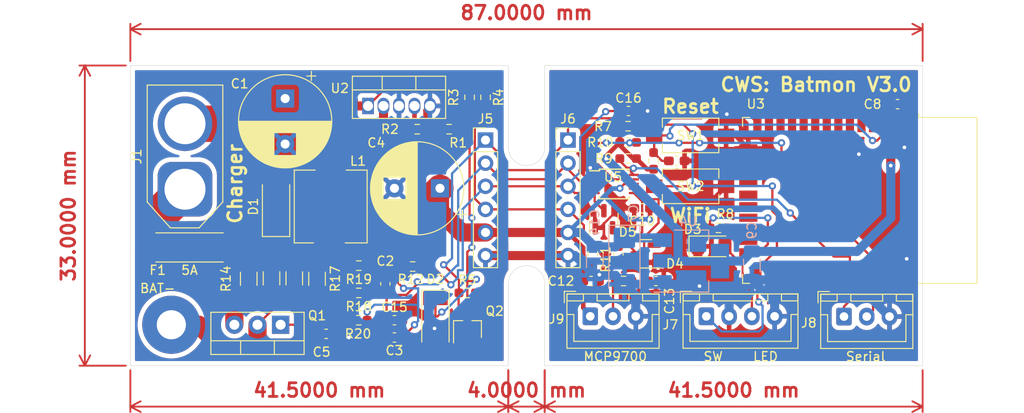
<source format=kicad_pcb>
(kicad_pcb (version 20211014) (generator pcbnew)
  (layers (0 "F.Cu" signal) (31 "B.Cu" signal) (34 "B.Paste" user) (35 "F.Paste" user) (36 "B.SilkS" user "B.Silkscreen") (37 "F.SilkS" user "F.Silkscreen") (38 "B.Mask" user) (39 "F.Mask" user) (44 "Edge.Cuts" user))
  (net 0 "")
  (net 1 "GND")
  (net 2 "5V")
  (net 3 "Net-(C5-Pad1)")
  (net 4 "Net-(C6-Pad1)")
  (net 5 "3V3")
  (net 6 "TEMP1")
  (net 7 "Net-(D1-Pad1)")
  (net 8 "LED")
  (net 9 "LOAD_ON")
  (net 10 "AMPS_SENSE+")
  (net 11 "WIFI_SW")
  (net 12 "RXD")
  (net 13 "TXD")
  (net 14 "Net-(J9-Pad2)")
  (net 15 "Net-(R1-Pad2)")
  (net 16 "Net-(R8-Pad1)")
  (net 17 "/MCU/SCL")
  (net 18 "/MCU/SDA")
  (net 46 "Net-(H1-Pad1)")
  (net 47 "/psu/CHG-")
  (net 48 "/psu/CHG+")
  (net 49 "BAT-SENSE")
  (net 50 "Net-(Q1-Pad3)")
  (net 51 "Net-(C2-Pad2)")
  (net 52 "BAT+SENSE")
  (footprint "Capacitor_SMD:C_0603_1608Metric_Pad1.08x0.95mm_HandSolder" (layer "F.Cu") (at 219.7 104.5)
    (fp_text reference "C16")
    (fp_text value "0.1uf" hide)
  )
  (footprint "Resistor_SMD:R_0603_1608Metric_Pad0.98x0.95mm_HandSolder" (layer "F.Cu") (at 200 106.5 180)
    (fp_text reference "R1")
    (fp_text value "4k7" hide)
  )
  (footprint "Resistor_SMD:R_0603_1608Metric_Pad0.98x0.95mm_HandSolder" (layer "F.Cu") (at 202.25 103 -90)
    (fp_text reference "R3")
    (fp_text value "5k6" hide)
  )
  (footprint "Capacitor_SMD:C_0603_1608Metric_Pad1.08x0.95mm_HandSolder" (layer "F.Cu") (at 249.25 103.75)
    (fp_text reference "C8")
    (fp_text value "0.1uf" hide)
  )
  (footprint "Connector_JST:JST_XH_B3B-XH-A_1x03_P2.50mm_Vertical" (layer "F.Cu") (at 215.5 127.075)
    (fp_text reference "J9")
    (fp_text value "MCP9700" hide)
  )
  (footprint "Resistor_SMD:R_0603_1608Metric_Pad0.98x0.95mm_HandSolder" (layer "F.Cu") (at 219.662 106.172)
    (fp_text reference "R7")
    (fp_text value "10k" hide)
  )
  (footprint "Package_TO_SOT_SMD:SOT-23" (layer "F.Cu") (at 221.6 120.2 180)
    (fp_text reference "D4")
    (fp_text value "3V9" hide)
  )
  (footprint "Connector_PinHeader_2.54mm:PinHeader_1x06_P2.54mm_Vertical" (layer "F.Cu") (at 213.058 107.696)
    (fp_text reference "J6")
    (fp_text value "Conn_01x06" hide)
  )
  (footprint "Package_TO_SOT_SMD:SOT-23" (layer "F.Cu") (at 217 116.4 90)
    (fp_text reference "D5")
    (fp_text value "3V9" hide)
  )
  (footprint "Package_TO_SOT_THT:TO-220-5_Vertical" (layer "F.Cu") (at 191.1 103.945)
    (fp_text reference "U2")
    (fp_text value "LM2576HVS-ADJ" hide)
  )
  (footprint "Capacitor_SMD:C_0603_1608Metric_Pad1.08x0.95mm_HandSolder" (layer "F.Cu") (at 218.6 120.2 -90)
    (fp_text reference "C11" hide)
    (fp_text value "0.1uf" hide)
  )
  (footprint "Capacitor_THT:CP_Radial_D10.0mm_P5.00mm" (layer "F.Cu") (at 199 113 180)
    (fp_text reference "C4")
    (fp_text value "1000uf 16v" hide)
  )
  (footprint "RF_Module:ESP32-WROOM-32" (layer "F.Cu") (at 242.11 114.33 -90)
    (fp_text reference "U3")
    (fp_text value "ESP32-WROOM-32")
  )
  (footprint "Resistor_SMD:R_0603_1608Metric_Pad0.98x0.95mm_HandSolder" (layer "F.Cu") (at 196 121.6)
    (fp_text reference "R12")
    (fp_text value "R" hide)
  )
  (footprint "Capacitor_SMD:C_0603_1608Metric_Pad1.08x0.95mm_HandSolder" (layer "F.Cu") (at 221.2 115.2 180)
    (fp_text reference "C10")
    (fp_text value "0.1uf" hide)
  )
  (footprint "Resistor_SMD:R_0603_1608Metric_Pad0.98x0.95mm_HandSolder" (layer "F.Cu") (at 190.0875 121.5)
    (fp_text reference "R19")
    (fp_text value "1k" hide)
  )
  (footprint "PJA_Switches:switch_SPST_5mmx3mmx2.5mm" (layer "F.Cu") (at 226.52 107.188 180)
    (fp_text reference "SW1")
    (fp_text value "Reset")
  )
  (footprint "Resistor_SMD:R_1206_3216Metric_Pad1.30x1.75mm_HandSolder" (layer "F.Cu") (at 183 122.9 90)
    (fp_text reference "R16" hide)
    (fp_text value "0.16R" hide)
  )
  (footprint "Resistor_SMD:R_0603_1608Metric_Pad0.98x0.95mm_HandSolder" (layer "F.Cu") (at 219.154 123.19)
    (fp_text reference "R13" hide)
    (fp_text value "1K" hide)
  )
  (footprint "Connector_AMASS:AMASS_XT60-F_1x02_P7.20mm_Vertical" (layer "F.Cu") (at 171 113.1 90)
    (fp_text reference "J1")
    (fp_text value "XT60 Connector" hide)
  )
  (footprint "Resistor_SMD:R_0603_1608Metric_Pad0.98x0.95mm_HandSolder" (layer "F.Cu") (at 222.456 109.982 90)
    (fp_text reference "R6" hide)
    (fp_text value "10k" hide)
  )
  (footprint "Resistor_SMD:R_1206_3216Metric_Pad1.30x1.75mm_HandSolder" (layer "F.Cu") (at 178 122.95 90)
    (fp_text reference "R14")
    (fp_text value "0.16R" hide)
  )
  (footprint "Capacitor_SMD:C_0603_1608Metric_Pad1.08x0.95mm_HandSolder" (layer "F.Cu") (at 186.5 129)
    (fp_text reference "C5")
    (fp_text value "DNF" hide)
  )
  (footprint "PJA_Fuses:Scherter_OMT125" (layer "F.Cu") (at 171.5 119.5)
    (fp_text reference "F1")
    (fp_text value "5A")
  )
  (footprint "Connector_PinHeader_2.54mm:PinHeader_1x06_P2.54mm_Vertical" (layer "F.Cu") (at 204 107.696)
    (fp_text reference "J5")
    (fp_text value "Conn_01x06" hide)
  )
  (footprint "Package_SO:TSSOP-10_3x3mm_P0.5mm" (layer "F.Cu") (at 218.138 112.522)
    (fp_text reference "U5")
    (fp_text value "ADS1115IDGS" hide)
  )
  (footprint "Capacitor_SMD:C_0603_1608Metric_Pad1.08x0.95mm_HandSolder" (layer "F.Cu") (at 193 123.5 90)
    (fp_text reference "C2")
    (fp_text value "DNF" hide)
  )
  (footprint "PJA_Switches:switch_SPST_5mmx3mmx2.5mm" (layer "F.Cu") (at 226.52 112.776 180)
    (fp_text reference "SW2")
    (fp_text value "WiFi" hide)
  )
  (footprint "Capacitor_THT:CP_Radial_D10.0mm_P5.00mm" (layer "F.Cu") (at 182 103.132323 -90)
    (fp_text reference "C1")
    (fp_text value "100uf" hide)
  )
  (footprint "Connector_JST:JST_XH_B4B-XH-A_1x04_P2.50mm_Vertical" (layer "F.Cu") (at 228.25 127.075)
    (fp_text reference "J7")
    (fp_text value "SW_&_LED" hide)
  )
  (footprint "Resistor_SMD:R_0603_1608Metric_Pad0.98x0.95mm_HandSolder" (layer "F.Cu") (at 204 103 -90)
    (fp_text reference "R4")
    (fp_text value "22k" hide)
  )
  (footprint "Resistor_SMD:R_0603_1608Metric_Pad0.98x0.95mm_HandSolder" (layer "F.Cu") (at 190.0875 127.5)
    (fp_text reference "R20")
    (fp_text value "22k" hide)
  )
  (footprint "Capacitor_SMD:C_0603_1608Metric_Pad1.08x0.95mm_HandSolder" (layer "F.Cu") (at 194 127.5)
    (fp_text reference "C15")
    (fp_text value "0.1uf" hide)
  )
  (footprint "Resistor_SMD:R_0603_1608Metric_Pad0.98x0.95mm_HandSolder" (layer "F.Cu") (at 196.5 106.5)
    (fp_text reference "R2")
    (fp_text value "1k5" hide)
  )
  (footprint "Resistor_SMD:R_0603_1608Metric_Pad0.98x0.95mm_HandSolder" (layer "F.Cu") (at 215.8 120.2 -90)
    (fp_text reference "R11")
    (fp_text value "1k" hide)
  )
  (footprint "Resistor_SMD:R_1206_3216Metric_Pad1.30x1.75mm_HandSolder" (layer "F.Cu") (at 185.5 122.95 90)
    (fp_text reference "R17")
    (fp_text value "0.16R" hide)
  )
  (footprint "PJA_Inductors:Sumida_CDRH74" (layer "F.Cu") (at 187 115 -90)
    (fp_text reference "L1")
    (fp_text value "100uH" hide)
  )
  (footprint "Capacitor_SMD:C_0603_1608Metric_Pad1.08x0.95mm_HandSolder" (layer "F.Cu") (at 194 129.4 180)
    (fp_text reference "C3")
    (fp_text value "0.1uf" hide)
  )
  (footprint "Resistor_SMD:R_0603_1608Metric_Pad0.98x0.95mm_HandSolder" (layer "F.Cu") (at 219.662 107.95)
    (fp_text reference "R10")
    (fp_text value "4K7" hide)
  )
  (footprint "Package_TO_SOT_SMD:TSOT-23" (layer "F.Cu") (at 202 128.5 90)
    (fp_text reference "Q2")
    (fp_text value "2N7002" hide)
  )
  (footprint "Resistor_SMD:R_0603_1608Metric_Pad0.98x0.95mm_HandSolder" (layer "F.Cu") (at 202 124.5)
    (fp_text reference "R5")
    (fp_text value "100K" hide)
  )
  (footprint "Package_TO_SOT_THT:TO-220-3_Vertical" (layer "F.Cu") (at 181.5 128 180)
    (fp_text reference "Q1")
    (fp_text value "IRF520N" hide)
  )
  (footprint "Diode_SMD:D_MELF" (layer "F.Cu") (at 181 115 90)
    (fp_text reference "D1")
    (fp_text value "SS36" hide)
  )
  (footprint "Resistor_SMD:R_0603_1608Metric_Pad0.98x0.95mm_HandSolder" (layer "F.Cu") (at 219.662 109.728 180)
    (fp_text reference "R9")
    (fp_text value "4K7" hide)
  )
  (footprint "Capacitor_SMD:C_0603_1608Metric_Pad1.08x0.95mm_HandSolder" (layer "F.Cu") (at 222.71 123.19)
    (fp_text reference "C13")
    (fp_text value "0.1uf" hide)
  )
  (footprint "Capacitor_SMD:C_0603_1608Metric_Pad1.08x0.95mm_HandSolder" (layer "F.Cu") (at 224.996 109.982)
    (fp_text reference "C6" hide)
    (fp_text value "0.1uf" hide)
  )
  (footprint "Diode_SMD:D_MELF" (layer "F.Cu") (at 198.5 127.5 -90)
    (fp_text reference "D2")
    (fp_text value "10V" hide)
  )
  (footprint "Resistor_SMD:R_0603_1608Metric_Pad0.98x0.95mm_HandSolder" (layer "F.Cu") (at 190.0875 124.5)
    (fp_text reference "R18")
    (fp_text value "R" hide)
  )
  (footprint "MountingHole:MountingHole_3.2mm_M3_Pad" (layer "F.Cu") (at 169.5 128)
    (fp_text reference "H1" hide)
    (fp_text value "BAT-")
  )
  (footprint "Connector_JST:JST_XH_B3B-XH-A_1x03_P2.50mm_Vertical" (layer "F.Cu") (at 243.364 127.1)
    (fp_text reference "J8")
    (fp_text value "Serial Console" hide)
  )
  (footprint "Resistor_SMD:R_1206_3216Metric_Pad1.30x1.75mm_HandSolder" (layer "F.Cu") (at 180.5 122.9 90)
    (fp_text reference "R15" hide)
    (fp_text value "0.16R" hide)
  )
  (footprint "Capacitor_SMD:C_0603_1608Metric_Pad1.08x0.95mm_HandSolder" (layer "F.Cu") (at 215.598 123.19)
    (fp_text reference "C12")
    (fp_text value "0.1uf" hide)
  )
  (footprint "Resistor_SMD:R_0603_1608Metric_Pad0.98x0.95mm_HandSolder" (layer "F.Cu") (at 229.568 117.348)
    (fp_text reference "R8")
    (fp_text value "470R" hide)
  )
  (footprint "Diode_SMD:D_1206_3216Metric_Pad1.42x1.75mm_HandSolder" (layer "F.Cu") (at 228.806 119.38)
    (fp_text reference "D3")
    (fp_text value "LED" hide)
  )
  (footprint "Capacitor_SMD:C_1206_3216Metric_Pad1.33x1.80mm_HandSolder" (layer "B.Cu") (at 216 121 -90)
    (fp_text reference "C14")
    (fp_text value "10uf" hide)
  )
  (footprint "Package_TO_SOT_SMD:SOT-223-3_TabPin2" (layer "B.Cu") (at 226.6 121)
    (fp_text reference "U4")
    (fp_text value "LM1117-3.3" hide)
  )
  (footprint "Capacitor_Tantalum_SMD:CP_EIA-6032-20_AVX-F_Pad2.25x2.35mm_HandSolder" (layer "B.Cu") (at 219.25 121 -90)
    (fp_text reference "C7")
    (fp_text value "DNF")
  )
  (footprint "Capacitor_SMD:C_1206_3216Metric_Pad1.33x1.80mm_HandSolder" (layer "B.Cu") (at 233.25 121.5 -90)
    (fp_text reference "C9")
    (fp_text value "10uf" hide)
  )
  (gr_arc (start 210.5 108.5) (mid 209.914214 109.914214) (end 208.5 110.5) (layer "Edge.Cuts") (width 0.05))
  (gr_arc (start 206.5 123.5) (mid 207.085786 122.085786) (end 208.5 121.5) (layer "Edge.Cuts") (width 0.05))
  (gr_line (start 206.5 132.5) (end 206.5 123.5) (layer "Edge.Cuts") (width 0.05))
  (gr_line (start 210.5 123.5) (end 210.5 132.5) (layer "Edge.Cuts") (width 0.05))
  (gr_line (start 210.5 108.5) (end 210.5 99.5) (layer "Edge.Cuts") (width 0.05))
  (gr_arc (start 208.5 110.5) (mid 207.085786 109.914214) (end 206.5 108.5) (layer "Edge.Cuts") (width 0.05))
  (gr_line (start 211 99.5) (end 210.5 99.5) (layer "Edge.Cuts") (width 0.05))
  (gr_line (start 252 99.5) (end 211 99.5) (layer "Edge.Cuts") (width 0.05))
  (gr_line (start 206 99.5) (end 165 99.5) (layer "Edge.Cuts") (width 0.05))
  (gr_line (start 206 99.5) (end 206.5 99.5) (layer "Edge.Cuts") (width 0.05))
  (gr_line (start 210.5 132.5) (end 211 132.5) (layer "Edge.Cuts") (width 0.05))
  (gr_line (start 252 132.5) (end 252 99.5) (layer "Edge.Cuts") (width 0.05))
  (gr_line (start 165 132.5) (end 206 132.5) (layer "Edge.Cuts") (width 0.05))
  (gr_line (start 206 132.5) (end 206.5 132.5) (layer "Edge.Cuts") (width 0.05))
  (gr_arc (start 208.5 121.5) (mid 209.914214 122.085786) (end 210.5 123.5) (layer "Edge.Cuts") (width 0.05))
  (gr_line (start 165 99.5) (end 165 132.5) (layer "Edge.Cuts") (width 0.05))
  (gr_line (start 211 132.5) (end 252 132.5) (layer "Edge.Cuts") (width 0.05))
  (gr_line (start 206.5 99.5) (end 206.5 108.5) (layer "Edge.Cuts") (width 0.05))
  (gr_text "LED" (at 234.75 131.5) (layer "F.SilkS") (effects (font (size 1 1))))
  (gr_text "WiFi" (at 226.5 116) (layer "F.SilkS") (effects (font (size 1.5 1.5) (thickness 0.3))))
  (gr_text "SW" (at 229 131.5) (layer "F.SilkS") (effects (font (size 1 1))))
  (gr_text "CWS: Batmon V3.0\n" (at 240.3 101.6) (layer "F.SilkS") (effects (font (size 1.5 1.5) (thickness 0.3))))
  (gr_text "Charger" (at 176.5 112.5 90) (layer "F.SilkS") (effects (font (size 1.5 1.5) (thickness 0.3))))
  (gr_text "MCP9700" (at 218.25 131.5) (layer "F.SilkS") (effects (font (size 1 1))))
  (gr_text "Reset" (at 226.5 104) (layer "F.SilkS") (effects (font (size 1.5 1.5) (thickness 0.3))))
  (gr_text "Serial" (at 245.75 131.5) (layer "F.SilkS") (effects (font (size 1 1))))
  (dimension (type aligned) (layer "F.Cu") (pts (xy 165 132.5) (xy 206.5 132.5)) (height 4.5) (gr_text "41.5000 mm" (at 185.75 135.2) (layer "F.Cu") (effects (font (size 1.5 1.5) (thickness 0.3)))) (format (units 3) (units_format 1) (precision 4)) (style (thickness 0.2) (arrow_length 1.27) (text_position_mode 0) (extension_height 0.58642) (extension_offset 0.5) keep_text_aligned))
  (dimension (type aligned) (layer "F.Cu") (pts (xy 210.5 132.5) (xy 252 132.5)) (height 4.5) (gr_text "41.5000 mm" (at 231.25 135.2) (layer "F.Cu") (effects (font (size 1.5 1.5) (thickness 0.3)))) (format (units 3) (units_format 1) (precision 4)) (style (thickness 0.2) (arrow_length 1.27) (text_position_mode 0) (extension_height 0.58642) (extension_offset 0.5) keep_text_aligned))
  (dimension (type aligned) (layer "F.Cu") (pts (xy 165 99.5) (xy 252 99.5)) (height -4) (gr_text "87.0000 mm" (at 208.5 93.7) (layer "F.Cu") (effects (font (size 1.5 1.5) (thickness 0.3)))) (format (units 3) (units_format 1) (precision 4)) (style (thickness 0.2) (arrow_length 1.27) (text_position_mode 0) (extension_height 0.58642) (extension_offset 0.5) keep_text_aligned))
  (dimension (type aligned) (layer "F.Cu") (pts (xy 165 132.5) (xy 165 99.5)) (height -5) (gr_text "33.0000 mm" (at 158.2 116 90) (layer "F.Cu") (effects (font (size 1.5 1.5) (thickness 0.3)))) (format (units 3) (units_format 1) (precision 4)) (style (thickness 0.2) (arrow_length 1.27) (text_position_mode 0) (extension_height 0.58642) (extension_offset 0.5) keep_text_aligned))
  (dimension (type aligned) (layer "F.Cu") (pts (xy 206.5 132.5) (xy 210.5 132.5)) (height 4.5) (gr_text "4.0000 mm" (at 208.5 135.2) (layer "F.Cu") (effects (font (size 1.5 1.5) (thickness 0.3)))) (format (units 3) (units_format 1) (precision 4)) (style (thickness 0.2) (arrow_length 1.27) (text_position_mode 0) (extension_height 0.58642) (extension_offset 0.5) keep_text_aligned))
  (segment (start 198.5 128.5) (end 198.4 128.4) (width 0.25) (layer "F.Cu") (net 1))
  (segment (start 224.1325 123.75) (end 223.5725 123.19) (width 0.25) (layer "F.Cu") (net 1))
  (segment (start 217.25 112.75) (end 217.022 112.522) (width 0.25) (layer "F.Cu") (net 1))
  (segment (start 250.365 122.83) (end 250.365 120.865) (width 0.5) (layer "F.Cu") (net 1))
  (segment (start 220.3375 115.2) (end 219.7 115.2) (width 0.25) (layer "F.Cu") (net 1))
  (segment (start 202.9125 124.5) (end 202.95 124.5375) (width 0.25) (layer "F.Cu") (net 1))
  (segment (start 225.8585 109.982) (end 230.408978 109.982) (width 0.5) (layer "F.Cu") (net 1))
  (segment (start 250 108.5) (end 250.5 108) (width 0.5) (layer "F.Cu") (net 1))
  (segment (start 185.5 121.4) (end 178 121.4) (width 2) (layer "F.Cu") (net 1))
  (segment (start 216.886282 111.522) (end 215.988 111.522) (width 0.25) (layer "F.Cu") (net 1))
  (segment (start 250.365 105.83) (end 250.365 104.0025) (width 0.5) (layer "F.Cu") (net 1))
  (segment (start 215.988 111.522) (end 215.988 111.238) (width 0.25) (layer "F.Cu") (net 1))
  (segment (start 204 120.396) (end 213.058 120.396) (width 1) (layer "F.Cu") (net 1))
  (segment (start 217.25 111.885718) (end 216.886282 111.522) (width 0.25) (layer "F.Cu") (net 1))
  (segment (start 185.5 121.4) (end 189.075 121.4) (width 0.25) (layer "F.Cu") (net 1))
  (segment (start 227.5 123.75) (end 224.1325 123.75) (width 0.25) (layer "F.Cu") (net 1))
  (segment (start 197.4125 106.5) (end 197.4125 104.4325) (width 0.5) (layer "F.Cu") (net 1))
  (segment (start 215.852 122.5815) (end 215.852 121.1645) (width 0.25) (layer "F.Cu") (net 1))
  (segment (start 245 111.195) (end 242.865 113.33) (width 1) (layer "F.Cu") (net 1))
  (segment (start 227.3185 115.8775) (end 230.42 112.776) (width 0.5) (layer "F.Cu") (net 1))
  (segment (start 178 121.4) (end 176.7 121.4) (width 2) (layer "F.Cu") (net 1))
  (segment (start 202.95 124.5375) (end 202.95 129.81) (width 0.25) (layer "F.Cu") (net 1))
  (segment (start 174.8 119.5) (end 174.8 118.8) (width 3) (layer "F.Cu") (net 1))
  (segment (start 230.5 104.75) (end 230.5 104.8495) (width 0.25) (layer "F.Cu") (net 1))
  (segment (start 227.3185 119.38) (end 227.3185 123.5685) (width 1) (layer "F.Cu") (net 1))
  (segment (start 204 120.396) (end 204 123.4125) (width 0.25) (layer "F.Cu") (net 1))
  (segment (start 250.365 104.0025) (end 250.1125 103.75) (width 0.5) (layer "F.Cu") (net 1))
  (segment (start 218.678928 115.2) (end 220.3375 115.2) (width 0.25) (layer "F.Cu") (net 1))
  (segment (start 230.42 112.776) (end 230.42 109.970978) (width 0.5) (layer "F.Cu") (net 1))
  (segment (start 250.5 108) (end 250.5 105.965) (width 0.5) (layer "F.Cu") (net 1))
  (segment (start 194.8625 127.5) (end 194.8625 127.675) (width 0.25) (layer "F.Cu") (net 1))
  (segment (start 204 123.4125) (end 202.9125 124.5) (width 0.25) (layer "F.Cu") (net 1))
  (segment (start 217.25 112.75) (end 217.25 111.885718) (width 0.25) (layer "F.Cu") (net 1))
  (segment (start 230.42 107.188) (end 230.42 104.83) (width 0.25) (layer "F.Cu") (net 1))
  (segment (start 250.5 105.965) (end 250.365 105.83) (width 0.5) (layer "F.Cu") (net 1))
  (segment (start 193.1375 129.4) (end 189 129.4) (width 0.25) (layer "F.Cu") (net 1))
  (segment (start 217.022 112.522) (end 215.988 112.522) (width 0.25) (layer "F.Cu") (net 1))
  (segment (start 216.05 117.3375) (end 216.541428 117.3375) (width 0.25) (layer "F.Cu") (net 1))
  (segment (start 203.0875 124.5) (end 203.25 124.5) (width 0.25) (layer "F.Cu") (net 1))
  (segment (start 216.4605 123.19) (end 216.4605 122.5395) (width 0.5) (layer "F.Cu") (net 1))
  (segment (start 227.3185 119.38) (end 227.3185 115.8775) (width 0.5) (layer "F.Cu") (net 1))
  (segment (start 176.7 121.4) (end 174.8 119.5) (width 2) (layer "F.Cu") (net 1))
  (segment (start 230.42 104.83) (end 230.5 104.75) (width 0.25) (layer "F.Cu") (net 1))
  (segment (start 227.3185 123.5685) (end 227.5 123.75) (width 1) (layer "F.Cu") (net 1))
  (segment (start 197.4125 104.4325) (end 197.9 103.945) (width 0.5) (layer "F.Cu") (net 1))
  (segment (start 181 109.132323) (end 182 108.132323) (width 3) (layer "F.Cu") (net 1))
  (segment (start 198.5 129.9) (end 198.5 128.5) (width 0.25) (layer "F.Cu") (net 1))
  (segment (start 245 109.25) (end 245 111.195) (width 1) (layer "F.Cu") (net 1))
  (segment (start 230.408978 109.982) (end 230.42 109.970978) (width 0.5) (layer "F.Cu") (net 1))
  (segment (start 189.075 121.4) (end 189.175 121.5) (width 0.25) (layer "F.Cu") (net 1))
  (segment (start 194.8625 127.675) (end 193.1375 129.4) (width 0.25) (layer "F.Cu") (net 1))
  (segment (start 230.42 107.188) (end 231.428 107.188) (width 0.5) (layer "F.Cu") (net 1))
  (segment (start 218.55 121.1125) (end 218.6 121.0625) (width 0.25) (layer "F.Cu") (net 1))
  (segment (start 215.852 122.5815) (end 216.4605 123.19) (width 0.25) (layer "F.Cu") (net 1))
  (segment (start 220.5625 104.5) (end 221.8 104.5) (width 0.25) (layer "F.Cu") (net 1))
  (segment (start 215.852 121.1645) (end 215.8 121.1125) (width 0.25) (layer "F.Cu") (net 1))
  (segment (start 223.5725 122.185) (end 222.5375 121.15) (width 0.25) (layer "F.Cu") (net 1))
  (segment (start 231.428 107.188) (end 232.855 108.615) (width 0.5) (layer "F.Cu") (net 1))
  (segment (start 181 112.6) (end 181 109.132323) (width 3) (layer "F.Cu") (net 1))
  (segment (start 174.8 118.8) (end 181 112.6) (width 3) (layer "F.Cu") (net 1))
  (segment (start 215.8 121.1125) (end 218.55 121.1125) (width 0.25) (layer "F.Cu") (net 1))
  (segment (start 223.5725 123.19) (end 223.5725 122.185) (width 0.25) (layer "F.Cu") (net 1))
  (segment (start 232.855 108.615) (end 231.775978 108.615) (width 0.5) (layer "F.Cu") (net 1))
  (segment (start 219.7 115.2) (end 217.25 112.75) (width 0.25) (layer "F.Cu") (net 1))
  (segment (start 216.4605 122.5395) (end 216.5 122.5) (width 0.5) (layer "F.Cu") (net 1))
  (segment (start 250.365 120.865) (end 250.25 120.75) (width 0.5) (layer "F.Cu") (net 1))
  (segment (start 215.988 111.238) (end 215.5 110.75) (width 0.25) (layer "F.Cu") (net 1))
  (segment (start 175 119.7) (end 174.8 119.5) (width 3) (layer "F.Cu") (net 1))
  (segment (start 216.541428 117.3375) (end 218.678928 115.2) (width 0.25) (layer "F.Cu") (net 1))
  (segment (start 189 129.4) (end 187.7625 129.4) (width 0.25) (layer "F.Cu") (net 1))
  (segment (start 198.5 130.5) (end 198.5 129.9) (width 0.25) (layer "F.Cu") (net 1))
  (segment (start 231.775978 108.615) (end 230.42 109.970978) (width 0.5) (layer "F.Cu") (net 1))
  (segment (start 187.7625 129.4) (end 187.3625 129) (width 0.25) (layer "F.Cu") (net 1))
  (via (at 189 129.4) (size 0.8) (drill 0.4) (layers "F.Cu" "B.Cu") (net 1))
  (via (at 230.5 104.8495) (size 0.8) (drill 0.4) (layers "F.Cu" "B.Cu") (net 1))
  (via (at 245 109.25) (size 0.8) (drill 0.4) (layers "F.Cu" "B.Cu") (net 1))
  (via (at 216.5 122.5) (size 0.8) (drill 0.4) (layers "F.Cu" "B.Cu") (net 1))
  (via (at 250 108.5) (size 0.8) (drill 0.4) (layers "F.Cu" "B.Cu") (net 1))
  (via (at 198.4 128.4) (size 0.8) (drill 0.4) (layers "F.Cu" "B.Cu") (net 1))
  (via (at 221.8 104.5) (size 0.8) (drill 0.4) (layers "F.Cu" "B.Cu") (net 1))
  (via (at 215.5 110.75) (size 0.8) (drill 0.4) (layers "F.Cu" "B.Cu") (net 1))
  (via (at 227.5 123.75) (size 0.8) (drill 0.4) (layers "F.Cu" "B.Cu") (net 1))
  (via (at 250.25 120.75) (size 0.8) (drill 0.4) (layers "F.Cu" "B.Cu") (net 1))
  (segment (start 248.364 127.1) (end 244.3265 123.0625) (width 1) (layer "B.Cu") (net 1))
  (segment (start 223.45 123.3) (end 223.9 123.75) (width 1) (layer "B.Cu") (net 1))
  (segment (start 235.75 127.075) (end 235.75 125.5625) (width 1) (layer "B.Cu") (net 1))
  (segment (start 235.75 125.5625) (end 233.25 123.0625) (width 1) (layer "B.Cu") (net 1))
  (segment (start 244.3265 123.0625) (end 233.25 123.0625) (width 1) (layer "B.Cu") (net 1))
  (segment (start 247.4965 119.8925) (end 249.3925 119.8925) (width 1) (layer "B.Cu") (net 1))
  (segment (start 219.25 123.55) (end 223.2 123.55) (width 1) (layer "B.Cu") (net 1))
  (segment (start 247.4965 119.8925) (end 244.3265 123.0625) (width 1) (layer "B.Cu") (net 1))
  (segment (start 216 122.5625) (end 218.2625 122.5625) (width 1) (layer "B.Cu") (net 1))
  (segment (start 250.25 120.75) (end 250.25 108.75) (width 1) (layer "B.Cu") (net 1))
  (segment (start 220.5 124.8) (end 219.25 123.55) (width 1) (layer "B.Cu") (net 1))
  (segment (start 230.75 123.75) (end 232.5625 123.75) (width 1) (layer "B.Cu") (net 1))
  (segment (start 249.25 109.25) (end 246 109.25) (width 1) (layer "B.Cu") (net 1))
  (segment (start 213.058 120.396) (end 213.8335 120.396) (width 1) (layer "B.Cu") (net 1))
  (segment (start 232.5625 123.75) (end 233.25 123.0625) (width 1) (layer "B.Cu") (net 1))
  (segment (start 250 108.5) (end 249.25 109.25) (width 1) (layer "B.Cu") (net 1))
  (segment (start 220.5 126.9) (end 220.5 124.8) (width 1) (layer "B.Cu") (net 1))
  (segment (start 246 109.25) (end 245 109.25) (width 1) (layer "B.Cu") (net 1))
  (segment (start 218.2625 122.5625) (end 219.25 123.55) (width 1) (layer "B.Cu") (net 1))
  (segment (start 223.2 123.55) (end 223.45 123.3) (width 1) (layer "B.Cu") (net 1))
  (segment (start 213.8335 120.396) (end 216 122.5625) (width 1) (layer "B.Cu") (net 1))
  (segment (start 223.9 123.75) (end 230.75 123.75) (width 1) (layer "B.Cu") (net 1))
  (segment (start 249.3925 119.8925) (end 250.25 120.75) (width 1) (layer "B.Cu") (net 1))
  (segment (start 250.25 108.75) (end 250 108.5) (width 1) (layer "B.Cu") (net 1))
  (segment (start 230.75 127.075) (end 230.75 123.75) (width 1) (layer "B.Cu") (net 1))
  (segment (start 214.7355 123.19) (end 214.7355 126.1355) (width 0.5) (layer "F.Cu") (net 2))
  (segment (start 218.75 113) (end 219.228 112.522) (width 0.25) (layer "F.Cu") (net 2))
  (segment (start 222.0625 116.3375) (end 222 116.4) (width 0.5) (layer "F.Cu") (net 2))
  (segment (start 222.0625 115.2) (end 222.0625 116.3375) (width 0.5) (layer "F.Cu") (net 2))
  (segment (start 214.7355 119.5335) (end 213.058 117.856) (width 0.5) (layer "F.Cu") (net 2))
  (segment (start 214.7355 123.19) (end 214.7355 119.5335) (width 0.5) (layer "F.Cu") (net 2))
  (segment (start 214.7355 126.1355) (end 215.5 126.9) (width 0.5) (layer "F.Cu") (net 2))
  (segment (start 186.9 118.5) (end 193.5 118.5) (width 3) (layer "F.Cu") (net 2))
  (segment (start 193.5 118.5) (end 199 113) (width 3) (layer "F.Cu") (net 2))
  (segment (start 201.356 117.856) (end 199 115.5) (width 2) (layer "F.Cu") (net 2))
  (segment (start 199 108.4125) (end 199 113) (width 0.5) (layer "F.Cu") (net 2))
  (segment (start 199 115.5) (end 199 113) (width 2) (layer "F.Cu") (net 2))
  (segment (start 213.058 117.856) (end 204 117.856) (width 1) (layer "F.Cu") (net 2))
  (segment (start 204 117.856) (end 201.356 117.856) (width 2) (layer "F.Cu") (net 2))
  (segment (start 219.228 112.522) (end 220.288 112.522) (width 0.25) (layer "F.Cu") (net 2))
  (segment (start 200.9125 106.5) (end 199 108.4125) (width 0.5) (layer "F.Cu") (net 2))
  (via (at 222 116.4) (size 0.8) (drill 0.4) (layers "F.Cu" "B.Cu") (net 2))
  (via (at 218.75 113) (size 0.8) (drill 0.4) (layers "F.Cu" "B.Cu") (net 2))
  (segment (start 213.058 117.856) (end 214.4185 117.856) (width 1) (layer "B.Cu") (net 2))
  (segment (start 217.057 113.857) (end 213.058 117.856) (width 0.5) (layer "B.Cu") (net 2))
  (segment (start 218.722536 113.027464) (end 218.75 113) (width 0.5) (layer "B.Cu") (net 2))
  (segment (start 217.886536 113.027464) (end 217.057 113.857) (width 0.5) (layer "B.Cu") (net 2))
  (segment (start 219.6 116.4) (end 222 116.4) (width 0.5) (layer "B.Cu") (net 2))
  (segment (start 219.25 118.45) (end 223.2 118.45) (width 1) (layer "B.Cu") (net 2))
  (segment (start 223.2 118.45) (end 223.45 118.7) (width 1) (layer "B.Cu") (net 2))
  (segment (start 216 119.4375) (end 218.2625 119.4375) (width 1) (layer "B.Cu") (net 2))
  (segment (start 214.4185 117.856) (end 216 119.4375) (width 1) (layer "B.Cu") (net 2))
  (segment (start 217.886536 113.027464) (end 218.722536 113.027464) (width 0.5) (layer "B.Cu") (net 2))
  (segment (start 217.057 113.857) (end 219.6 116.4) (width 0.5) (layer "B.Cu") (net 2))
  (segment (start 218.2625 119.4375) (end 219.25 118.45) (width 1) (layer "B.Cu") (net 2))
  (segment (start 186 130.5) (end 195.094816 130.5) (width 0.25) (layer "F.Cu") (net 3))
  (segment (start 198.5 127.094816) (end 198.5 125.1) (width 0.25) (layer "F.Cu") (net 3))
  (segment (start 202 123.2) (end 202 127.19) (width 0.25) (layer "F.Cu") (net 3))
  (segment (start 185.6375 129) (end 185.6375 130.1375) (width 0.25) (layer "F.Cu") (net 3))
  (segment (start 202.8 123.2) (end 203 123) (width 0.25) (layer "F.Cu") (net 3))
  (segment (start 202.25 103.9125) (end 202.25 116.25) (width 0.25) (layer "F.Cu") (net 3))
  (segment (start 202.25 116.25) (end 202.5 116.5) (width 0.25) (layer "F.Cu") (net 3))
  (segment (start 185.6375 130.1375) (end 186 130.5) (width 0.25) (layer "F.Cu") (net 3))
  (segment (start 202 123.2) (end 202.8 123.2) (width 0.25) (layer "F.Cu") (net 3))
  (segment (start 185.6375 128.1375) (end 185.5 128) (width 0.25) (layer "F.Cu") (net 3))
  (segment (start 202.5 119.5) (end 202 120) (width 0.25) (layer "F.Cu") (net 3))
  (segment (start 185.6375 129) (end 185.6375 128.1375) (width 0.25) (layer "F.Cu") (net 3))
  (segment (start 195.094816 130.5) (end 198.5 127.094816) (width 0.25) (layer "F.Cu") (net 3))
  (segment (start 181.5 128) (end 185.5 128) (width 0.25) (layer "F.Cu") (net 3))
  (segment (start 202.5 116.5) (end 202.5 116.2565) (width 0.25) (layer "F.Cu") (net 3))
  (segment (start 202 120) (end 202 123.2) (width 0.25) (layer "F.Cu") (net 3))
  (segment (start 198.5 127.094816) (end 198.705184 127.094816) (width 0.25) (layer "F.Cu") (net 3))
  (segment (start 198.705184 127.094816) (end 199.2 126.6) (width 0.25) (layer "F.Cu") (net 3))
  (via (at 203 123) (size 0.8) (drill 0.4) (layers "F.Cu" "B.Cu") (net 3))
  (via (at 199.2 126.6) (size 0.8) (drill 0.4) (layers "F.Cu" "B.Cu") (net 3))
  (via (at 202.5 119.5) (size 0.8) (drill 0.4) (layers "F.Cu" "B.Cu") (net 3))
  (via (at 202.5 116.2565) (size 0.8) (drill 0.4) (layers "F.Cu" "B.Cu") (net 3))
  (segment (start 202.5 116.2565) (end 202.5 119.5) (width 0.25) (layer "B.Cu") (net 3))
  (segment (start 199.4 126.6) (end 199.2 126.6) (width 0.25) (layer "B.Cu") (net 3))
  (segment (start 203 123) (end 199.4 126.6) (width 0.25) (layer "B.Cu") (net 3))
  (segment (start 224.1335 109.982) (end 223.3685 109.982) (width 0.25) (layer "F.Cu") (net 4))
  (segment (start 247.825 105.83) (end 247.825 106.909022) (width 0.5) (layer "F.Cu") (net 4))
  (segment (start 222.52 107.188) (end 224.188 107.188) (width 0.25) (layer "F.Cu") (net 4))
  (segment (start 247.825 106.909022) (end 247.825 106.925) (width 0.25) (layer "F.Cu") (net 4))
  (segment (start 224.188 107.188) (end 224.25 107.25) (width 0.25) (layer "F.Cu") (net 4))
  (segment (start 222.52 109.0055) (end 222.456 109.0695) (width 0.25) (layer "F.Cu") (net 4))
  (segment (start 223.3685 109.982) (end 222.456 109.0695) (width 0.25) (layer "F.Cu") (net 4))
  (segment (start 222.52 107.188) (end 222.52 109.0055) (width 0.25) (layer "F.Cu") (net 4))
  (segment (start 247 107.75) (end 246.5 107.75) (width 0.25) (layer "F.Cu") (net 4))
  (segment (start 247.825 106.925) (end 247 107.75) (width 0.25) (layer "F.Cu") (net 4))
  (via (at 224.25 107.25) (size 0.8) (drill 0.4) (layers "F.Cu" "B.Cu") (net 4))
  (via (at 246.5 107.75) (size 0.8) (drill 0.4) (layers "F.Cu" "B.Cu") (net 4))
  (segment (start 246.5 107.75) (end 244.75 106) (width 0.25) (layer "B.Cu") (net 4))
  (segment (start 224.75 106) (end 224.25 106.5) (width 0.25) (layer "B.Cu") (net 4))
  (segment (start 244.75 106) (end 224.75 106) (width 0.25) (layer "B.Cu") (net 4))
  (segment (start 224.25 106.5) (end 224.25 107.25) (width 0.25) (layer "B.Cu") (net 4))
  (segment (start 217.25 109.75) (end 217.25 109.4495) (width 0.5) (layer "F.Cu") (net 5))
  (segment (start 222.456 110.8945) (end 221.741 110.8945) (width 0.5) (layer "F.Cu") (net 5))
  (segment (start 221.741 110.8945) (end 220.5745 109.728) (width 0.5) (layer "F.Cu") (net 5))
  (segment (start 220.5745 109.728) (end 220.208593 109.728) (width 0.5) (layer "F.Cu") (net 5))
  (segment (start 218.7495 108.268907) (end 218.7495 107.95) (width 0.5) (layer "F.Cu") (net 5))
  (segment (start 249.095 105.83) (end 249.095 104.4575) (width 0.5) (layer "F.Cu") (net 5))
  (segment (start 249 107.75) (end 249 105.925) (width 0.5) (layer "F.Cu") (net 5))
  (segment (start 248.5 110.5) (end 248.5 108.25) (width 1) (layer "F.Cu") (net 5))
  (segment (start 249 105.925) (end 249.095 105.83) (width 0.5) (layer "F.Cu") (net 5))
  (segment (start 248.5 108.25) (end 249 107.75) (width 1) (layer "F.Cu") (net 5))
  (segment (start 217.272 109.728) (end 217.25 109.75) (width 1) (layer "F.Cu") (net 5))
  (segment (start 218.7495 107.95) (end 218.7495 106.172) (width 0.5) (layer "F.Cu") (net 5))
  (segment (start 220.208593 109.728) (end 218.7495 108.268907) (width 0.5) (layer "F.Cu") (net 5))
  (segment (start 249.095 104.4575) (end 248.3875 103.75) (width 0.5) (layer "F.Cu") (net 5))
  (segment (start 217.25 109.4495) (end 218.7495 107.95) (width 0.5) (layer "F.Cu") (net 5))
  (via (at 217.25 109.75) (size 0.8) (drill 0.4) (layers "F.Cu" "B.Cu") (net 5))
  (via (at 248.5 110.5) (size 0.8) (drill 0.4) (layers "F.Cu" "B.Cu") (net 5))
  (segment (start 244.8125 119.9375) (end 248.5 116.25) (width 1) (layer "B.Cu") (net 5))
  (segment (start 225.149511 117.649511) (end 217.25 109.75) (width 1) (layer "B.Cu") (net 5))
  (segment (start 248.5 116.25) (end 248.5 110.5) (width 1) (layer "B.Cu") (net 5))
  (segment (start 225 121) (end 229.75 121) (width 1) (layer "B.Cu") (net 5))
  (segment (start 225 121) (end 225.149511 120.850489) (width 1) (layer "B.Cu") (net 5))
  (segment (start 229.75 121) (end 232.1875 121) (width 1) (layer "B.Cu") (net 5))
  (segment (start 233.25 119.9375) (end 244.8125 119.9375) (width 1) (layer "B.Cu") (net 5))
  (segment (start 232.1875 121) (end 233.25 119.9375) (width 1) (layer "B.Cu") (net 5))
  (segment (start 225.149511 120.850489) (end 225.149511 117.649511) (width 1) (layer "B.Cu") (net 5))
  (segment (start 223.45 121) (end 225 121) (width 1) (layer "B.Cu") (net 5))
  (segment (start 221.72452 119.845592) (end 221.417859 119.538931) (width 0.25) (layer "F.Cu") (net 6))
  (segment (start 220.0665 123.19) (end 221.8475 123.19) (width 0.25) (layer "F.Cu") (net 6))
  (segment (start 221.72452 120.546552) (end 221.72452 119.845592) (width 0.25) (layer "F.Cu") (net 6))
  (segment (start 221.2 113.2) (end 221.022 113.022) (width 0.25) (layer "F.Cu") (net 6))
  (segment (start 221.417859 118.382141) (end 223 116.8) (width 0.25) (layer "F.Cu") (net 6))
  (segment (start 221.2 113.6) (end 221.2 113.2) (width 0.25) (layer "F.Cu") (net 6))
  (segment (start 221.47548 122.81798) (end 221.47548 120.795592) (width 0.25) (layer "F.Cu") (net 6))
  (segment (start 221.022 113.022) (end 220.288 113.022) (width 0.25) (layer "F.Cu") (net 6))
  (segment (start 223 114.2) (end 221.8 114.2) (width 0.25) (layer "F.Cu") (net 6))
  (segment (start 221.417859 119.538931) (end 221.417859 118.382141) (width 0.25) (layer "F.Cu") (net 6))
  (segment (start 221.8 114.2) (end 221.2 113.6) (width 0.25) (layer "F.Cu") (net 6))
  (segment (start 223 116.8) (end 223 114.2) (width 0.25) (layer "F.Cu") (net 6))
  (segment (start 221.8475 123.19) (end 221.47548 122.81798) (width 0.25) (layer "F.Cu") (net 6))
  (segment (start 221.47548 120.795592) (end 221.72452 120.546552) (width 0.25) (layer "F.Cu") (net 6))
  (segment (start 192.8 106.7) (end 192.5 107) (width 1) (layer "F.Cu") (net 7))
  (segment (start 181.1 117.4) (end 187 111.5) (width 3) (layer "F.Cu") (net 7))
  (segment (start 192.8 103.945) (end 192.8 106.7) (width 1) (layer "F.Cu") (net 7))
  (segment (start 191.5 107) (end 192.5 107) (width 3) (layer "F.Cu") (net 7))
  (segment (start 187 111.5) (end 191.5 107) (width 3) (layer "F.Cu") (net 7))
  (segment (start 181 117.4) (end 181.1 117.4) (width 3) (layer "F.Cu") (net 7))
  (segment (start 232.25 121.25) (end 232.015022 121.25) (width 0.25) (layer "F.Cu") (net 8))
  (segment (start 233.25 127.075) (end 233.25 124.5) (width 0.25) (layer "F.Cu") (net 8))
  (segment (start 230.4805 119.193) (end 230.2935 119.38) (width 0.25) (layer "F.Cu") (net 8))
  (segment (start 232.015022 121.25) (end 230.2935 119.528478) (width 0.25) (layer "F.Cu") (net 8))
  (segment (start 230.4805 117.348) (end 230.4805 119.193) (width 0.25) (layer "F.Cu") (net 8))
  (segment (start 232.25 123.5) (end 232.25 121.25) (width 0.25) (layer "F.Cu") (net 8))
  (segment (start 230.2935 119.528478) (end 230.2935 119.38) (width 0.25) (layer "F.Cu") (net 8))
  (segment (start 233.25 124.5) (end 232.25 123.5) (width 0.25) (layer "F.Cu") (net 8))
  (segment (start 201.0875 124.5) (end 201.0875 123.0875) (width 0.25) (layer "F.Cu") (net 9))
  (segment (start 227.70048 105.29952) (end 213.21648 105.29952) (width 0.25) (layer "F.Cu") (net 9))
  (segment (start 213.21648 105.29952) (end 213.058 105.458) (width 0.25) (layer "F.Cu") (net 9))
  (segment (start 229 104) (end 227.70048 105.29952) (width 0.25) (layer "F.Cu") (net 9))
  (segment (start 204 107.696) (end 206 109.696) (width 0.25) (layer "F.Cu") (net 9))
  (segment (start 201.05 124.5375) (end 201.05 129.81) (width 0.25) (layer "F.Cu") (net 9))
  (segment (start 213.058 105.458) (end 213.058 107.696) (width 0.25) (layer "F.Cu") (net 9))
  (segment (start 201.0875 124.5) (end 201.05 124.5375) (width 0.25) (layer "F.Cu") (net 9))
  (segment (start 206 111) (end 211 111) (width 0.25) (layer "F.Cu") (net 9))
  (segment (start 206 109.696) (end 206 111) (width 0.25) (layer "F.Cu") (net 9))
  (segment (start 211 111) (end 211 109.754) (width 0.25) (layer "F.Cu") (net 9))
  (segment (start 232.025 104) (end 229 104) (width 0.25) (layer "F.Cu") (net 9))
  (segment (start 233.855 105.83) (end 232.025 104) (width 0.25) (layer "F.Cu") (net 9))
  (segment (start 201.0875 123.0875) (end 199.4 121.4) (width 0.25) (layer "F.Cu") (net 9))
  (segment (start 211 109.754) (end 213.058 107.696) (width 0.25) (layer "F.Cu") (net 9))
  (via (at 199.4 121.4) (size 0.8) (drill 0.4) (layers "F.Cu" "B.Cu") (net 9))
  (segment (start 204 107.696) (end 200.324511 111.371489) (width 0.25) (layer "B.Cu") (net 9))
  (segment (start 199.6 121.4) (end 199.4 121.4) (width 0.25) (layer "B.Cu") (net 9))
  (segment (start 200.324511 120.675489) (end 199.6 121.4) (width 0.25) (layer "B.Cu") (net 9))
  (segment (start 200.324511 111.371489) (end 200.324511 120.675489) (width 0.25) (layer "B.Cu") (net 9))
  (segment (start 191 124.5) (end 192.8625 124.5) (width 0.25) (layer "F.Cu") (net 10))
  (segment (start 215.988 113.022) (end 215.163978 113.022) (width 0.25) (layer "F.Cu") (net 10))
  (segment (start 196.5 123.2755) (end 196.5 123.524614) (width 0.25) (layer "F.Cu") (net 10))
  (segment (start 193.1375 124.5) (end 193 124.3625) (width 0.25) (layer "F.Cu") (net 10))
  (segment (start 204 110.236) (end 205.5 111.736) (width 0.25) (layer "F.Cu") (net 10))
  (segment (start 193.1375 127.5) (end 193.1375 124.5) (width 0.25) (layer "F.Cu") (net 10))
  (segment (start 196.5 123.524614) (end 195.300103 124.724511) (width 0.25) (layer "F.Cu") (net 10))
  (segment (start 205.5 112) (end 211.5 112) (width 0.25) (layer "F.Cu") (net 10))
  (segment (start 211.5 111.794) (end 213.058 110.236) (width 0.25) (layer "F.Cu") (net 10))
  (segment (start 192.8625 124.5) (end 193 124.3625) (width 0.25) (layer "F.Cu") (net 10))
  (segment (start 211.5 112) (end 211.5 111.794) (width 0.25) (layer "F.Cu") (net 10))
  (segment (start 215.163978 113.022) (end 213.058 110.916022) (width 0.25) (layer "F.Cu") (net 10))
  (segment (start 193.362011 124.724511) (end 193 124.3625) (width 0.25) (layer "F.Cu") (net 10))
  (segment (start 195.300103 124.724511) (end 193.362011 124.724511) (width 0.25) (layer "F.Cu") (net 10))
  (segment (start 213.058 110.916022) (end 213.058 110.236) (width 0.25) (layer "F.Cu") (net 10))
  (segment (start 205.5 111.736) (end 205.5 112) (width 0.25) (layer "F.Cu") (net 10))
  (via (at 196.5 123.2755) (size 0.8) (drill 0.4) (layers "F.Cu" "B.Cu") (net 10))
  (segment (start 198.789188 123.55048) (end 196.55048 123.55048) (width 0.25) (layer "B.Cu") (net 10))
  (segment (start 196.55048 123.55048) (end 196.5 123.5) (width 0.25) (layer "B.Cu") (net 10))
  (segment (start 204 110.236) (end 201 113.236) (width 0.25) (layer "B.Cu") (net 10))
  (segment (start 201 113.236) (end 201 121.5) (width 0.25) (layer "B.Cu") (net 10))
  (segment (start 200.839668 121.5) (end 198.789188 123.55048) (width 0.25) (layer "B.Cu") (net 10))
  (segment (start 201 121.5) (end 200.839668 121.5) (width 0.25) (layer "B.Cu") (net 10))
  (segment (start 196.5 123.5) (end 196.5 123.2755) (width 0.25) (layer "B.Cu") (net 10))
  (segment (start 226.724 112.776) (end 226.75 112.75) (width 0.25) (layer "F.Cu") (net 11))
  (segment (start 236 119.75) (end 233.855 121.895) (width 0.25) (layer "F.Cu") (net 11))
  (segment (start 233.75 121.75) (end 233.75 122.725) (width 0.25) (layer "F.Cu") (net 11))
  (segment (start 233.75 122.725) (end 233.855 122.83) (width 0.25) (layer "F.Cu") (net 11))
  (segment (start 236 116) (end 236 119.75) (width 0.25) (layer "F.Cu") (net 11))
  (segment (start 233.855 121.895) (end 233.855 122.83) (width 0.25) (layer "F.Cu") (net 11))
  (segment (start 233.855 125.355) (end 234 125.5) (width 0.25) (layer "F.Cu") (net 11))
  (segment (start 235.5 112.75) (end 235.5 115.5) (width 0.25) (layer "F.Cu") (net 11))
  (segment (start 235.5 115.5) (end 236 116) (width 0.25) (layer "F.Cu") (net 11))
  (segment (start 222.52 112.776) (end 226.724 112.776) (width 0.25) (layer "F.Cu") (net 11))
  (segment (start 220.5745 106.172) (end 220.7465 106) (width 0.25) (layer "F.Cu") (net 11))
  (segment (start 233.855 122.83) (end 233.855 125.355) (width 0.25) (layer "F.Cu") (net 11))
  (segment (start 220.7465 106) (end 225.75 106) (width 0.25) (layer "F.Cu") (net 11))
  (segment (start 225.75 106) (end 226.75 107) (width 0.25) (layer "F.Cu") (net 11))
  (via (at 226.75 112.75) (size 0.8) (drill 0.4) (layers "F.Cu" "B.Cu") (net 11))
  (via (at 234 125.5) (size 0.8) (drill 0.4) (layers "F.Cu" "B.Cu") (net 11))
  (via (at 226.75 107) (size 0.8) (drill 0.4) (layers "F.Cu" "B.Cu") (net 11))
  (via (at 235.5 112.75) (size 0.8) (drill 0.4) (layers "F.Cu" "B.Cu") (net 11))
  (segment (start 226.75 107) (end 226.75 112.75) (width 0.25) (layer "B.Cu") (net 11))
  (segment (start 229.925 128.75) (end 228.25 127.075) (width 0.25) (layer "B.Cu") (net 11))
  (segment (start 234 125.5) (end 234.42452 125.92452) (width 0.25) (layer "B.Cu") (net 11))
  (segment (start 234.42452 128.32548) (end 234 128.75) (width 0.25) (layer "B.Cu") (net 11))
  (segment (start 234 128.75) (end 229.925 128.75) (width 0.25) (layer "B.Cu") (net 11))
  (segment (start 226.75 112.75) (end 235.5 112.75) (width 0.25) (layer "B.Cu") (net 11))
  (segment (start 234.42452 125.92452) (end 234.42452 128.32548) (width 0.25) (layer "B.Cu") (net 11))
  (segment (start 245.285 122.83) (end 245.285 124.08) (width 0.25) (layer "F.Cu") (net 12))
  (segment (start 245.285 124.08) (end 243.364 126.001) (width 0.25) (layer "F.Cu") (net 12))
  (segment (start 243.364 126.001) (end 243.364 127.1) (width 0.25) (layer "F.Cu") (net 12))
  (segment (start 246.555 122.83) (end 246.555 126.409) (width 0.25) (layer "F.Cu") (net 13))
  (segment (start 246.555 126.409) (end 245.864 127.1) (width 0.25) (layer "F.Cu") (net 13))
  (segment (start 218.2415 123.19) (end 218 123.4315) (width 0.25) (layer "F.Cu") (net 14))
  (segment (start 218 123.4315) (end 218 126.9) (width 0.25) (layer "F.Cu") (net 14))
  (segment (start 196.51202 107.42452) (end 195.5875 106.5) (width 0.5) (layer "F.Cu") (net 15))
  (segment (start 196.2 103.945) (end 196.2 105.8875) (width 0.5) (layer "F.Cu") (net 15))
  (segment (start 199.0875 106.5) (end 198.16298 107.42452) (width 0.5) (layer "F.Cu") (net 15))
  (segment (start 198.16298 107.42452) (end 196.51202 107.42452) (width 0.5) (layer "F.Cu") (net 15))
  (segment (start 196.2 105.8875) (end 195.5875 106.5) (width 0.5) (layer "F.Cu") (net 15))
  (segment (start 235 119.15) (end 235 116.25) (width 0.25) (layer "F.Cu") (net 16))
  (segment (start 232.855 120.045) (end 234.105 120.045) (width 0.25) (layer "F.Cu") (net 16))
  (segment (start 228.6555 116.5945) (end 229 116.25) (width 0.25) (layer "F.Cu") (net 16))
  (segment (start 228.6555 117.348) (end 228.6555 116.5945) (width 0.25) (layer "F.Cu") (net 16))
  (segment (start 234.105 120.045) (end 235 119.15) (width 0.25) (layer "F.Cu") (net 16))
  (via (at 235 116.25) (size 0.8) (drill 0.4) (layers "F.Cu" "B.Cu") (net 16))
  (via (at 229 116.25) (size 0.8) (drill 0.4) (layers "F.Cu" "B.Cu") (net 16))
  (segment (start 229 116.25) (end 235 116.25) (width 0.25) (layer "B.Cu") (net 16))
  (segment (start 242.25 120.5) (end 244 120.5) (width 0.25) (layer "F.Cu") (net 17))
  (segment (start 219.508 110.742) (end 220.288 111.522) (width 0.25) (layer "F.Cu") (net 17))
  (segment (start 244.015 120.515) (end 244.015 122.83) (width 0.25) (layer "F.Cu") (net 17))
  (segment (start 220.188618 110.742) (end 220.24537 110.798752) (width 0.25) (layer "F.Cu") (net 17))
  (segment (start 218.7495 109.728) (end 218.7495 109.9835) (width 0.25) (layer "F.Cu") (net 17))
  (segment (start 244 120.5) (end 244.015 120.515) (width 0.25) (layer "F.Cu") (net 17))
  (segment (start 218.7495 109.9835) (end 219.508 110.742) (width 0.25) (layer "F.Cu") (net 17))
  (segment (start 219.508 110.742) (end 220.188618 110.742) (width 0.25) (layer "F.Cu") (net 17))
  (segment (start 237.466286 115.716286) (end 242.25 120.5) (width 0.25) (layer "F.Cu") (net 17))
  (via (at 237.466286 115.716286) (size 0.8) (drill 0.4) (layers "F.Cu" "B.Cu") (net 17))
  (via (at 220.24537 110.798752) (size 0.8) (drill 0.4) (layers "F.Cu" "B.Cu") (net 17))
  (segment (start 236 114.25) (end 237.466286 115.716286) (width 0.25) (layer "B.Cu") (net 17))
  (segment (start 222.798752 110.798752) (end 226.25 114.25) (width 0.25) (layer "B.Cu") (net 17))
  (segment (start 226.25 114.25) (end 236 114.25) (width 0.25) (layer "B.Cu") (net 17))
  (segment (start 220.24537 110.798752) (end 222.798752 110.798752) (width 0.25) (layer "B.Cu") (net 17))
  (segment (start 220.5245 108) (end 220.5745 107.95) (width 0.25) (layer "F.Cu") (net 18))
  (segment (start 247.825 122.83) (end 247.825 122.000978) (width 0.25) (layer "F.Cu") (net 18))
  (segment (start 220.288 112.022) (end 218.022 112.022) (width 0.25) (layer "F.Cu") (net 18))
  (segment (start 218.022 112.022) (end 216 110) (width 0.25) (layer "F.Cu") (net 18))
  (segment (start 236.5 113.25) (end 236.5 108) (width 0.25) (layer "F.Cu") (net 18))
  (segment (start 219.8365 108) (end 220.5245 108) (width 0.25) (layer "F.Cu") (net 18))
  (segment (start 227.5 108) (end 225.25 108) (width 0.25) (layer "F.Cu") (net 18))
  (segment (start 247.825 122.000978) (end 242.324022 116.5) (width 0.25) (layer "F.Cu") (net 18))
  (segment (start 239.75 116.5) (end 236.5 113.25) (width 0.25) (layer "F.Cu") (net 18))
  (segment (start 216.5 108) (end 217.25 108) (width 0.25) (layer "F.Cu") (net 18))
  (segment (start 242.324022 116.5) (end 239.75 116.5) (width 0.25) (layer "F.Cu") (net 18))
  (segment (start 216 108.5) (end 216.5 108) (width 0.25) (layer "F.Cu") (net 18))
  (segment (start 216 110) (end 216 108.5) (width 0.25) (layer "F.Cu") (net 18))
  (via (at 217.25 108) (size 0.8) (drill 0.4) (layers "F.Cu" "B.Cu") (net 18))
  (via (at 225.25 108) (size 0.8) (drill 0.4) (layers "F.Cu" "B.Cu") (net 18))
  (via (at 227.5 108) (size 0.8) (drill 0.4) (layers "F.Cu" "B.Cu") (net 18))
  (via (at 236.5 108) (size 0.8) (drill 0.4) (layers "F.Cu" "B.Cu") (net 18))
  (via (at 219.8365 108) (size 0.8) (drill 0.4) (layers "F.Cu" "B.Cu") (net 18))
  (segment (start 228 108) (end 227.5 108) (width 0.25) (layer "B.Cu") (net 18))
  (segment (start 217.25 108) (end 219.8365 108) (width 0.25) (layer "B.Cu") (net 18))
  (segment (start 225.25 108) (end 219.8365 108) (width 0.25) (layer "B.Cu") (net 18))
  (segment (start 236.5 108) (end 228 108) (width 0.25) (layer "B.Cu") (net 18))
  (segment (start 178.96 130.04) (end 178.96 128) (width 2) (layer "F.Cu") (net 46))
  (segment (start 169.5 128) (end 172.5 128) (width 2) (layer "F.Cu") (net 46))
  (segment (start 178.96 128) (end 180.96 126) (width 0.25) (layer "F.Cu") (net 46))
  (segment (start 175 130.5) (end 178.5 130.5) (width 2) (layer "F.Cu") (net 46))
  (segment (start 187.675 126) (end 189.175 127.5) (width 0.25) (layer "F.Cu") (net 46))
  (segment (start 180.96 126) (end 187.675 126) (width 0.25) (layer "F.Cu") (net 46))
  (segment (start 178.5 130.5) (end 178.96 130.04) (width 2) (layer "F.Cu") (net 46))
  (segment (start 172.5 128) (end 175 130.5) (width 2) (layer "F.Cu") (net 46))
  (segment (start 168.2 119.5) (end 168.2 115.9) (width 4) (layer "F.Cu") (net 47))
  (segment (start 168.2 115.9) (end 171 113.1) (width 4) (layer "F.Cu") (net 47))
  (segment (start 175.1 105.9) (end 178 103) (width 4) (layer "F.Cu") (net 48))
  (segment (start 178 103) (end 181.867677 103) (width 4) (layer "F.Cu") (net 48))
  (segment (start 181.867677 103) (end 182 103.132323) (width 4) (layer "F.Cu") (net 48))
  (segment (start 187.632323 103.132323) (end 188 103.5) (width 4) (layer "F.Cu") (net 48))
  (segment (start 191.1 103.945) (end 188.445 103.945) (width 1) (layer "F.Cu") (net 48))
  (segment (start 191.1 103.945) (end 192.9575 102.0875) (width 0.25) (layer "F.Cu") (net 48))
  (segment (start 182 103.132323) (end 187.632323 103.132323) (width 4) (layer "F.Cu") (net 48))
  (segment (start 171 105.9) (end 175.1 105.9) (width 4) (layer "F.Cu") (net 48))
  (segment (start 192.9575 102.0875) (end 202.25 102.0875) (width 0.25) (layer "F.Cu") (net 48))
  (segment (start 204 102.0875) (end 202.25 102.0875) (width 0.25) (layer "F.Cu") (net 48))
  (segment (start 188.445 103.945) (end 188 103.5) (width 1) (layer "F.Cu") (net 48))
  (segment (start 198.2 121.6) (end 200.2 123.6) (width 0.25) (layer "F.Cu") (net 49))
  (segment (start 215.988 114.4505) (end 217 115.4625) (width 0.25) (layer "F.Cu") (net 49))
  (segment (start 217.2 104.6) (end 217.2 104.57502) (width 0.25) (layer "F.Cu") (net 49))
  (segment (start 213.804 113.522) (end 213.058 112.776) (width 0.25) (layer "F.Cu") (net 49))
  (segment (start 217.3 104.5) (end 217.2 104.6) (width 0.25) (layer "F.Cu") (net 49))
  (segment (start 213.058 112.776) (end 204 112.776) (width 0.25) (layer "F.Cu") (net 49))
  (segment (start 218.8375 104.5) (end 217.3 104.5) (width 0.25) (layer "F.Cu") (net 49))
  (segment (start 215.988 113.522) (end 215.988 114.4505) (width 0.25) (layer "F.Cu") (net 49))
  (segment (start 196.9125 121.6) (end 198.2 121.6) (width 0.25) (layer "F.Cu") (net 49))
  (segment (start 215.988 113.522) (end 213.804 113.522) (width 0.25) (layer "F.Cu") (net 49))
  (via (at 200.2 123.6) (size 0.8) (drill 0.4) (layers "F.Cu" "B.Cu") (net 49))
  (via (at 217.2 104.57502) (size 0.8) (drill 0.4) (layers "F.Cu" "B.Cu") (net 49))
  (segment (start 201.5 115.276) (end 201.5 122) (width 0.25) (layer "B.Cu") (net 49))
  (segment (start 213.058 112.542) (end 214.4 111.2) (width 0.25) (layer "B.Cu") (net 49))
  (segment (start 200.975386 122.824614) (end 200.2 123.6) (width 0.25) (layer "B.Cu") (net 49))
  (segment (start 204 112.776) (end 201.5 115.276) (width 0.25) (layer "B.Cu") (net 49))
  (segment (start 200.975386 122) (end 200.975386 122.824614) (width 0.25) (layer "B.Cu") (net 49))
  (segment (start 201.5 122) (end 200.975386 122) (width 0.25) (layer "B.Cu") (net 49))
  (segment (start 214.4 111.2) (end 214.4 107.37502) (width 0.25) (layer "B.Cu") (net 49))
  (segment (start 214.4 107.37502) (end 217.2 104.57502) (width 0.25) (layer "B.Cu") (net 49))
  (segment (start 213.058 112.776) (end 213.058 112.542) (width 0.25) (layer "B.Cu") (net 49))
  (segment (start 180.45 124.5) (end 180.5 124.45) (width 2) (layer "F.Cu") (net 50))
  (segment (start 178 124.5) (end 185.5 124.5) (width 2) (layer "F.Cu") (net 50))
  (segment (start 176.42 128) (end 176.42 126.08) (width 2) (layer "F.Cu") (net 50))
  (segment (start 185.5 124.5) (end 189.175 124.5) (width 0.25) (layer "F.Cu") (net 50))
  (segment (start 176.42 126.08) (end 178 124.5) (width 2) (layer "F.Cu") (net 50))
  (segment (start 191 127.5) (end 191 126.6) (width 0.25) (layer "F.Cu") (net 51))
  (segment (start 193.6375 122.6375) (end 195 124) (width 0.25) (layer "F.Cu") (net 51))
  (segment (start 194.8625 129.4) (end 196.2 128.0625) (width 0.25) (layer "F.Cu") (net 51))
  (segment (start 193 122.6375) (end 193.6375 122.6375) (width 0.25) (layer "F.Cu") (net 51))
  (segment (start 193 122.6375) (end 192.1375 122.6375) (width 0.25) (layer "F.Cu") (net 51))
  (segment (start 192.1375 122.6375) (end 191 121.5) (width 0.25) (layer "F.Cu") (net 51))
  (via (at 196.2 128) (size 0.8) (drill 0.4) (layers "F.Cu" "B.Cu") (net 51))
  (via (at 191 126.6) (size 0.8) (drill 0.4) (layers "F.Cu" "B.Cu") (net 51))
  (via (at 195 124) (size 0.8) (drill 0.4) (layers "F.Cu" "B.Cu") (net 51))
  (segment (start 196.6 124) (end 196.6 125.8) (width 0.25) (layer "B.Cu") (net 51))
  (segment (start 191.8 125.8) (end 191 126.6) (width 0.25) (layer "B.Cu") (net 51))
  (segment (start 196.6 124) (end 195 124) (width 0.25) (layer "B.Cu") (net 51))
  (segment (start 196.6 125.8) (end 196.6 127.6) (width 0.25) (layer "B.Cu") (net 51))
  (segment (start 196.6 127.6) (end 196.2 128) (width 0.25) (layer "B.Cu") (net 51))
  (segment (start 196.6 125.8) (end 191.8 125.8) (width 0.25) (layer "B.Cu") (net 51))
  (segment (start 204 103.9125) (end 202.825489 105.087011) (width 0.25) (layer "F.Cu") (net 52))
  (segment (start 218.6 119.3375) (end 219.6625 119.3375) (width 0.25) (layer "F.Cu") (net 52))
  (segment (start 218.55 119.2875) (end 218.6 119.3375) (width 0.25) (layer "F.Cu") (net 52))
  (segment (start 202.825489 105.087011) (end 202.825489 114.141489) (width 0.25) (layer "F.Cu") (net 52))
  (segment (start 214.8 118.2875) (end 215.8 119.2875) (width 0.25) (layer "F.Cu") (net 52))
  (segment (start 202.825489 114.141489) (end 204 115.316) (width 0.25) (layer "F.Cu") (net 52))
  (segment (start 215.8 119.2875) (end 218.55 119.2875) (width 0.25) (layer "F.Cu") (net 52))
  (segment (start 219.6625 119.3375) (end 219.8 119.3375) (width 0.25) (layer "F.Cu") (net 52))
  (segment (start 220.288 113.522) (end 221.20048 114.43448) (width 0.25) (layer "F.Cu") (net 52))
  (segment (start 221.20048 117.79952) (end 219.6625 119.3375) (width 0.25) (layer "F.Cu") (net 52))
  (segment (start 221.20048 114.43448) (end 221.20048 117.79952) (width 0.25) (layer "F.Cu") (net 52))
  (segment (start 213.058 115.316) (end 214.8 117.058) (width 0.25) (layer "F.Cu") (net 52))
  (segment (start 204 115.316) (end 213.058 115.316) (width 0.25) (layer "F.Cu") (net 52))
  (segment (start 214.8 117.058) (end 214.8 118.2875) (width 0.25) (layer "F.Cu") (net 52))
  (segment (start 219.8 119.3375) (end 220.6625 120.2) (width 0.25) (layer "F.Cu") (net 52))
  (zone (net 1) (net_name "GND") (layer "F.Cu") (connect_pads (clearance 0.508)) (min_thickness 0.254) (fill yes (thermal_gap 0.508) (thermal_bridge_width 0.508))
    (polygon (pts (xy 252 132.5) (xy 210.5 132.5) (xy 210.5 99.5) (xy 252 99.5)))
  )
  (zone (net 1) (net_name "GND") (layer "F.Cu") (connect_pads (clearance 0.508)) (min_thickness 0.254) (fill yes (thermal_gap 0.508) (thermal_bridge_width 0.508))
    (polygon (pts (xy 206.5 132.5) (xy 165 132) (xy 165 99.5) (xy 206.5 99.5)))
  )
  (zone (net 1) (net_name "GND") (layer "B.Cu") (connect_pads (clearance 0.508)) (min_thickness 0.254) (fill yes (thermal_gap 0.508) (thermal_bridge_width 0.508))
    (polygon (pts (xy 252 132.5) (xy 210.5 132.5) (xy 210.5 99.5) (xy 252 99.5)))
  )
  (zone (net 1) (net_name "GND") (layer "B.Cu") (connect_pads (clearance 0.508)) (min_thickness 0.254) (fill yes (thermal_gap 0.508) (thermal_bridge_width 0.508))
    (polygon (pts (xy 206.5 132.5) (xy 165 132.5) (xy 165 99.5) (xy 206.5 99.5)))
  )
)
</source>
